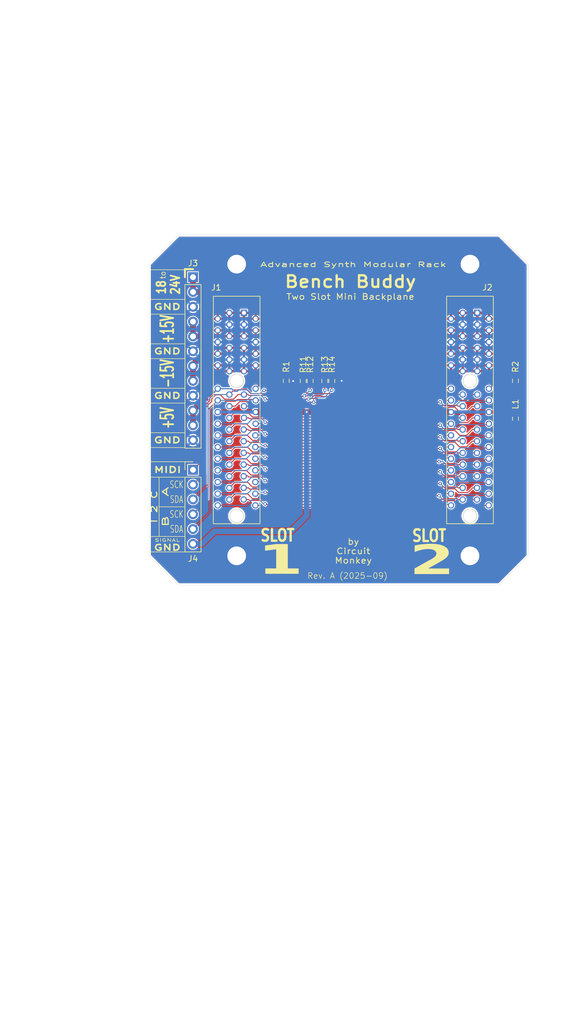
<source format=kicad_pcb>
(kicad_pcb (version 20241229) (generator "pcbnew") (generator_version "9.0")
  (title_block (title "Bench Buddy - Two Slot ASMR Backplane") (date "2025-09-08") (rev "A") (company "by Circuit Monkey") (comment 1 "ASMR :: Advanced Synth Modular Rack") (comment 2 "Two Slot Backplane PCB Reference Design"))
  (layers (0 "F.Cu" signal) (2 "B.Cu" signal) (13 "F.Paste" user) (15 "B.Paste" user) (5 "F.SilkS" user "F.Silkscreen") (7 "B.SilkS" user "B.Silkscreen") (1 "F.Mask" user) (3 "B.Mask" user) (25 "Edge.Cuts" user))
  (net 0 "")
  (net 1 "/PATCH9")
  (net 2 "/MIDI_MAIN")
  (net 3 "GND")
  (net 4 "/CV")
  (net 5 "/SLOT1")
  (net 6 "/PATCH8")
  (net 7 "/PATCH3")
  (net 8 "/PATCH1")
  (net 9 "/PATCH7")
  (net 10 "-15V")
  (net 11 "+15V")
  (net 12 "+18-24V")
  (net 13 "/PATCH11")
  (net 14 "/PATCH5")
  (net 15 "GNDS")
  (net 16 "/PATCH2")
  (net 17 "/PATCH4")
  (net 18 "+5V")
  (net 19 "/PATCH6")
  (net 20 "/COMB-SCK")
  (net 21 "/COMA-SCK")
  (net 22 "/PATCH10")
  (net 23 "/GATE")
  (net 24 "/PATCH12")
  (net 25 "/SLOT2")
  (net 26 "/COMA-SDA")
  (net 27 "/COMB-SDA")
  (net 28 "/PATCH19")
  (net 29 "/PATCH20")
  (net 30 "/PATCH23")
  (net 31 "/PATCH29")
  (net 32 "/PATCH13")
  (net 33 "/PATCH16")
  (net 34 "/PATCH22")
  (net 35 "/PATCH28")
  (net 36 "/PATCH15")
  (net 37 "/PATCH24")
  (net 38 "/PATCH14")
  (net 39 "/PATCH25")
  (net 40 "/PATCH17")
  (net 41 "/PATCH31")
  (net 42 "/PATCH21")
  (net 43 "/PATCH26")
  (net 44 "/PATCH27")
  (net 45 "/PATCH30")
  (net 46 "/PATCH18")
  (net 47 "/PATCH32")
  (footprint "CM_Resistor_Capacitor:R_0603_1608Metric" (layer "F.Cu") (at 106.3 80.025 -90)
    (property "Reference" "R14")
    (property "Value" "4.7K")
  )
  (footprint "MountingHole:MountingHole_3.2mm_M3_Pad_TopBottom" (layer "F.Cu") (at 130 60)
    (property "Reference" "H3" (hide yes))
    (property "Value" "MountingHole_Pad")
  )
  (footprint "Connector_PinHeader_2.54mm:PinHeader_1x12_P2.54mm_Vertical" (layer "F.Cu") (at 82.51 62.23)
    (property "Reference" "J3")
    (property "Value" "Conn_01x12" (hide yes))
  )
  (footprint "CM_Resistor_Capacitor:R_0603_1608Metric" (layer "F.Cu") (at 98.5 80 90)
    (property "Reference" "R1")
    (property "Value" "4.7K")
  )
  (footprint "CM_Resistor_Capacitor:R_0603_1608Metric" (layer "F.Cu") (at 137.8 80 90)
    (property "Reference" "R2")
    (property "Value" "4.7K")
  )
  (footprint "CM_Resistor_Capacitor:R_0603_1608Metric" (layer "F.Cu") (at 102.6 80.025 -90)
    (property "Reference" "R12")
    (property "Value" "4.7K")
  )
  (footprint "CM_Connector_Edge:PCI-Slot-64-THD-FCI-10018784" (layer "F.Cu") (at 90 80 -90)
    (property "Reference" "J1")
    (property "Value" "PCI-64P")
    (fp_circle (center 0 0) (end 1.175 0) (stroke (width 0.1)) (fill no) (layer "Edge.Cuts"))
    (fp_circle (center 23.15 0) (end 24.325 0) (stroke (width 0.1)) (fill no) (layer "Edge.Cuts"))
  )
  (footprint "MountingHole:MountingHole_3.2mm_M3_Pad_TopBottom" (layer "F.Cu") (at 130 110)
    (property "Reference" "H4" (hide yes))
    (property "Value" "MountingHole_Pad")
  )
  (footprint "MountingHole:MountingHole_3.2mm_M3_Pad_TopBottom" (layer "F.Cu") (at 90 60)
    (property "Reference" "H1" (hide yes))
    (property "Value" "MountingHole_Pad")
  )
  (footprint "CM_Resistor_Capacitor:R_0603_1608Metric" (layer "F.Cu") (at 137.8 86.5 90)
    (property "Reference" "L1")
    (property "Value" "100@1MHz")
  )
  (footprint "MountingHole:MountingHole_3.2mm_M3_Pad_TopBottom" (layer "F.Cu") (at 90 110)
    (property "Reference" "H2" (hide yes))
    (property "Value" "MountingHole_Pad")
  )
  (footprint "CM_Resistor_Capacitor:R_0603_1608Metric" (layer "F.Cu") (at 105.1 80.025 -90)
    (property "Reference" "R13")
    (property "Value" "4.7K")
  )
  (footprint "Connector_PinHeader_2.54mm:PinHeader_1x06_P2.54mm_Vertical" (layer "F.Cu") (at 82.51 95.25)
    (property "Reference" "J4")
    (property "Value" "Conn_01x06" (hide yes))
  )
  (footprint "CM_Connector_Edge:PCI-Slot-64-THD-FCI-10018784" (layer "F.Cu") (at 130 80 -90)
    (property "Reference" "J2")
    (property "Value" "PCI-64P")
    (fp_circle (center 0 0) (end 1.175 0) (stroke (width 0.1)) (fill no) (layer "Edge.Cuts"))
    (fp_circle (center 23.15 0) (end 24.325 0) (stroke (width 0.1)) (fill no) (layer "Edge.Cuts"))
  )
  (footprint "CM_Resistor_Capacitor:R_0603_1608Metric" (layer "F.Cu") (at 101.4 80.025 -90)
    (property "Reference" "R11")
    (property "Value" "4.7K")
  )
  (gr_line (start 76.7 96.52) (end 76.7 106.7) (stroke (width 0.1)) (layer "F.SilkS"))
  (gr_line (start 81.13 81.28) (end 75.184 81.28) (stroke (width 0.1)) (layer "F.SilkS"))
  (gr_line (start 81.13 83.82) (end 75.184 83.82) (stroke (width 0.1)) (layer "F.SilkS"))
  (gr_line (start 81.13 96.52) (end 75.1 96.52) (stroke (width 0.1)) (layer "F.SilkS"))
  (gr_line (start 81.13 76.2) (end 75.184 76.2) (stroke (width 0.1)) (layer "F.SilkS"))
  (gr_line (start 81.13 91.44) (end 75.184 91.44) (stroke (width 0.1)) (layer "F.SilkS"))
  (gr_line (start 81.1 101.6) (end 76.7 101.6) (stroke (width 0.1)) (layer "F.SilkS"))
  (gr_line (start 81.13 88.9) (end 75.184 88.9) (stroke (width 0.1)) (layer "F.SilkS"))
  (gr_line (start 81.13 66.04) (end 75.184 66.04) (stroke (width 0.1)) (layer "F.SilkS"))
  (gr_line (start 81.13 93.87) (end 75.1 93.87) (stroke (width 0.1)) (layer "F.SilkS"))
  (gr_line (start 81.13 68.58) (end 75.184 68.58) (stroke (width 0.1)) (layer "F.SilkS"))
  (gr_line (start 81.13 109.33) (end 75.1 109.33) (stroke (width 0.1)) (layer "F.SilkS"))
  (gr_line (start 81.13 60.96) (end 75.184 60.96) (stroke (width 0.1)) (layer "F.SilkS"))
  (gr_line (start 81.13 73.66) (end 75.184 73.66) (stroke (width 0.1)) (layer "F.SilkS"))
  (gr_line (start 81.13 106.68) (end 75.1 106.68) (stroke (width 0.1)) (layer "F.SilkS"))
  (gr_poly (pts (xy 75 60) (xy 80 55) (xy 135 55) (xy 140 60) (xy 140 110) (xy 135 115) (xy 80 115) (xy 75 110)) (stroke (width 0.04)) (fill no) (layer "Edge.Cuts"))
  (gr_text "Bench Buddy" (at 109.5 63 0) (layer "F.SilkS") (effects (font (size 2 2.3) (thickness 0.4) (bold yes))))
  (gr_text "GND" (at 78.105 67.31 0) (layer "F.SilkS") (effects (font (size 1 1.5) (thickness 0.25) (bold yes))))
  (gr_text "1" (at 97.5 111 0) (layer "F.SilkS") (effects (font (size 5 8) (thickness 0.9) (bold yes))))
  (gr_text "SIGNAL" (at 78.105 107.315 0) (layer "F.SilkS") (effects (font (size 0.5 0.84) (thickness 0.09))))
  (gr_text "B" (at 77.8 104.079442 90) (layer "F.SilkS") (effects (font (size 1 2) (thickness 0.2))))
  (gr_text "GND" (at 78.105 82.55 0) (layer "F.SilkS") (effects (font (size 1 1.5) (thickness 0.25) (bold yes))))
  (gr_text "-15V" (at 78.105 78.74 90) (layer "F.SilkS") (effects (font (size 2.2 1.2) (thickness 0.3) (bold yes))))
  (gr_text "A" (at 77.8 99 90) (layer "F.SilkS") (effects (font (size 1 2) (thickness 0.2))))
  (gr_text "to" (at 76.829333 61.876184 90) (layer "F.SilkS") (effects (font (size 0.9 0.9) (thickness 0.12)) (justify top)))
  (gr_text "Two Slot Mini Backplane" (at 109.5 65 0) (layer "F.SilkS") (effects (font (size 1 1.18)) (justify top)))
  (gr_text "MIDI" (at 78.157 95.25 0) (layer "F.SilkS") (effects (font (size 1 1.5) (thickness 0.25) (bold yes))))
  (gr_text "I 2 C" (at 75.859405 101.604492 90) (layer "F.SilkS") (effects (font (size 1 1.4) (thickness 0.2) (bold yes))))
  (gr_text "SLOT" (at 123 106.55 0) (layer "F.SilkS") (effects (font (size 2 1.6) (thickness 0.4))))
  (gr_text "18 \n24V" (at 78.277496 63.5 90) (layer "F.SilkS") (effects (font (size 1.5 1.2) (thickness 0.3) (bold yes))))
  (gr_text "SCK" (at 79.693635 102.87008 0) (layer "F.SilkS") (effects (font (size 1.2 0.8) (thickness 0.1) (bold yes))))
  (gr_text "GND" (at 78.105 108.585 0) (layer "F.SilkS") (effects (font (size 1 1.5) (thickness 0.25) (bold yes))))
  (gr_text "GND" (at 78.105 90.17 0) (layer "F.SilkS") (effects (font (size 1 1.5) (thickness 0.25) (bold yes))))
  (gr_text "SCK" (at 79.693635 97.79008 0) (layer "F.SilkS") (effects (font (size 1.2 0.8) (thickness 0.1) (bold yes))))
  (gr_text "Advanced Synth Modular Rack" (at 110 59.6 0) (layer "F.SilkS") (effects (font (size 0.8 1.4)) (justify top)))
  (gr_text "+5V" (at 78.105 86.36 90) (layer "F.SilkS") (effects (font (size 2.2 1.2) (thickness 0.3) (bold yes))))
  (gr_text "GND" (at 78.105 74.93 0) (layer "F.SilkS") (effects (font (size 1 1.5) (thickness 0.25) (bold yes))))
  (gr_text "by\nCircuit\nMonkey" (at 110 107 0) (layer "F.SilkS") (effects (font (size 1 1.18)) (justify top)))
  (gr_text "+15V" (at 78.105 71.12 90) (layer "F.SilkS") (effects (font (size 2.2 1.2) (thickness 0.3) (bold yes))))
  (gr_text "SDA" (at 79.693635 100.33008 0) (layer "F.SilkS") (effects (font (size 1.2 0.8) (thickness 0.1) (bold yes))))
  (gr_text "SLOT" (at 97 106.5 0) (layer "F.SilkS") (effects (font (size 2 1.6) (thickness 0.4))))
  (gr_text "SDA" (at 79.693635 105.41008 0) (layer "F.SilkS") (effects (font (size 1.2 0.8) (thickness 0.1) (bold yes))))
  (gr_text "Rev. A (2025-09)" (at 109 114 0) (layer "F.SilkS") (effects (font (size 1 1) (thickness 0.1)) (justify bottom)))
  (gr_text "2" (at 123.5 111.05 0) (layer "F.SilkS") (effects (font (size 5 8) (thickness 0.9) (bold yes))))
  (segment (start 91.8 89.3) (end 92.7 90.2) (width 0.16) (layer "F.Cu") (net 1))
  (segment (start 127.972183 90.35) (end 128.75 90.35) (width 0.16) (layer "F.Cu") (net 1))
  (segment (start 92.7 90.2) (end 127.822183 90.2) (width 0.16) (layer "F.Cu") (net 1))
  (segment (start 89.8 89.3) (end 91.8 89.3) (width 0.16) (layer "F.Cu") (net 1))
  (segment (start 127.822183 90.2) (end 127.972183 90.35) (width 0.16) (layer "F.Cu") (net 1))
  (segment (start 88.75 90.35) (end 89.8 89.3) (width 0.16) (layer "F.Cu") (net 1))
  (segment (start 128.75 90.35) (end 128.639 90.239) (width 0.16) (layer "B.Cu") (net 1))
  (segment (start 100.8 80.1) (end 106.9 80.1) (width 0.16) (layer "F.Cu") (net 2))
  (segment (start 84.2 84.6) (end 85.4 83.4) (width 0.16) (layer "F.Cu") (net 2))
  (segment (start 94.7 81.639) (end 99.261 81.639) (width 0.16) (layer "F.Cu") (net 2))
  (segment (start 108.5 81.7) (end 125.5 81.7) (width 0.16) (layer "F.Cu") (net 2))
  (segment (start 84.2 93.56) (end 84.2 84.6) (width 0.16) (layer "F.Cu") (net 2))
  (segment (start 106.9 80.1) (end 108.5 81.7) (width 0.16) (layer "F.Cu") (net 2))
  (segment (start 125.85 81.35) (end 126.75 81.35) (width 0.16) (layer "F.Cu") (net 2))
  (segment (start 82.51 95.25) (end 84.2 93.56) (width 0.16) (layer "F.Cu") (net 2))
  (segment (start 85.4 82.7) (end 86.75 81.35) (width 0.16) (layer "F.Cu") (net 2))
  (segment (start 85.4 83.4) (end 85.4 82.7) (width 0.16) (layer "F.Cu") (net 2))
  (segment (start 125.5 81.7) (end 125.85 81.35) (width 0.16) (layer "F.Cu") (net 2))
  (segment (start 99.261 81.639) (end 100.8 80.1) (width 0.16) (layer "F.Cu") (net 2))
  (via (at 94.7 81.639) (size 0.6) (drill 0.3) (layers "F.Cu" "B.Cu") (net 2))
  (segment (start 94.538395 81.639) (end 94.7 81.639) (width 0.16) (layer "B.Cu") (net 2))
  (segment (start 92.377395 82.177395) (end 94 82.177395) (width 0.16) (layer "B.Cu") (net 2))
  (segment (start 126.75 81.35) (end 126.956 81.556) (width 0.16) (layer "B.Cu") (net 2))
  (segment (start 89.571199 81.8) (end 90.1 81.8) (width 0.2) (layer "B.Cu") (net 2))
  (segment (start 91.8 81.6) (end 92.377395 82.177395) (width 0.16) (layer "B.Cu") (net 2))
  (segment (start 90.361 81.539) (end 91.739 81.539) (width 0.2) (layer "B.Cu") (net 2))
  (segment (start 89.121199 81.35) (end 89.571199 81.8) (width 0.2) (layer "B.Cu") (net 2))
  (segment (start 91.739 81.539) (end 91.8 81.6) (width 0.2) (layer "B.Cu") (net 2))
  (segment (start 86.75 81.35) (end 89.121199 81.35) (width 0.2) (layer "B.Cu") (net 2))
  (segment (start 94 82.177395) (end 94.538395 81.639) (width 0.16) (layer "B.Cu") (net 2))
  (segment (start 90.1 81.8) (end 90.361 81.539) (width 0.2) (layer "B.Cu") (net 2))
  (via (at 99.6748 80.0404) (size 0.6) (drill 0.3) (layers "F.Cu" "B.Cu") (net 3))
  (via (at 108 80) (size 0.6) (drill 0.3) (layers "F.Cu" "B.Cu") (net 3))
  (segment (start 126.461104 84.521) (end 126.423104 84.559) (width 0.16) (layer "F.Cu") (net 4))
  (segment (start 126.372357 84.609) (end 95.174837 84.609) (width 0.16) (layer "F.Cu") (net 4))
  (segment (start 92.028564 84.35) (end 91.250747 84.35) (width 0.16) (layer "F.Cu") (net 4))
  (segment (start 95.174837 84.609) (end 95.124837 84.559) (width 0.16) (layer "F.Cu") (net 4))
  (segment (start 126.423104 84.559) (end 126.422357 84.559) (width 0.16) (layer "F.Cu") (net 4))
  (segment (start 128.024857 85.14) (end 127.405857 84.521) (width 0.16) (layer "F.Cu") (net 4))
  (segment (start 127.405857 84.521) (end 126.461104 84.521) (width 0.16) (layer "F.Cu") (net 4))
  (segment (start 131.25 84.35) (end 131.2 84.4) (width 0.16) (layer "F.Cu") (net 4))
  (segment (start 130.350747 84.4) (end 129.610747 85.14) (width 0.16) (layer "F.Cu") (net 4))
  (segment (start 95.124837 84.559) (end 92.237564 84.559) (width 0.16) (layer "F.Cu") (net 4))
  (segment (start 131.2 84.4) (end 130.350747 84.4) (width 0.16) (layer "F.Cu") (net 4))
  (segment (start 126.422357 84.559) (end 126.372357 84.609) (width 0.16) (layer "F.Cu") (net 4))
  (segment (start 92.237564 84.559) (end 92.028564 84.35) (width 0.16) (layer "F.Cu") (net 4))
  (segment (start 129.610747 85.14) (end 128.024857 85.14) (width 0.16) (layer "F.Cu") (net 4))
  (segment (start 91.250747 84.35) (end 91.350747 84.45) (width 0.16) (layer "F.Cu") (net 4))
  (segment (start 131.250747 84.35) (end 131.420747 84.52) (width 0.16) (layer "B.Cu") (net 4))
  (segment (start 98.5 80.775) (end 93.825 80.775) (width 0.2) (layer "F.Cu") (net 5))
  (segment (start 93.825 80.775) (end 93.25 81.35) (width 0.2) (layer "F.Cu") (net 5))
  (segment (start 94.1 89.3) (end 93.3 89.3) (width 0.16) (layer "F.Cu") (net 6))
  (segment (start 124.55 89.6) (end 124.45 89.7) (width 0.16) (layer "F.Cu") (net 6))
  (segment (start 94.5 89.7) (end 94.1 89.3) (width 0.16) (layer "F.Cu") (net 6))
  (segment (start 124.9 89.6) (end 124.55 89.6) (width 0.16) (layer "F.Cu") (net 6))
  (segment (start 133.25 89.35) (end 133.1 89.5) (width 0.16) (layer "F.Cu") (net 6))
  (segment (start 93.3 89.3) (end 93.25 89.35) (width 0.16) (layer "F.Cu") (net 6))
  (segment (start 124.45 89.7) (end 94.5 89.7) (width 0.16) (layer "F.Cu") (net 6))
  (via (at 124.9 89.6) (size 0.6) (drill 0.3) (layers "F.Cu" "B.Cu") (net 6))
  (segment (start 128.3 89.5) (end 127.45 90.35) (width 0.16) (layer "B.Cu") (net 6))
  (segment (start 127.45 90.35) (end 125.65 90.35) (width 0.16) (layer "B.Cu") (net 6))
  (segment (start 133.1 89.5) (end 128.3 89.5) (width 0.16) (layer "B.Cu") (net 6))
  (segment (start 133.25 89.35) (end 133.1 89.5) (width 0.16) (layer "B.Cu") (net 6))
  (segment (start 125.65 90.35) (end 124.9 89.6) (width 0.16) (layer "B.Cu") (net 6))
  (segment (start 124.321999 87.198641) (end 124.47064 87.05) (width 0.16) (layer "F.Cu") (net 7))
  (segment (start 124.47064 87.05) (end 125.67293 87.05) (width 0.16) (layer "F.Cu") (net 7))
  (segment (start 94.877246 87.1) (end 94.977246 87.2) (width 0.16) (layer "F.Cu") (net 7))
  (segment (start 123.610832 87.198641) (end 124.321999 87.198641) (width 0.16) (layer "F.Cu") (net 7))
  (segment (start 123.609473 87.2) (end 123.610832 87.198641) (width 0.16) (layer "F.Cu") (net 7))
  (segment (start 125.97293 87.35) (end 126.750747 87.35) (width 0.16) (layer "F.Cu") (net 7))
  (segment (start 125.67293 87.05) (end 125.97293 87.35) (width 0.16) (layer "F.Cu") (net 7))
  (segment (start 95.000747 87.2) (end 123.609473 87.2) (width 0.16) (layer "F.Cu") (net 7))
  (segment (start 94.900747 87.1) (end 95.000747 87.2) (width 0.16) (layer "F.Cu") (net 7))
  (via (at 94.900747 87.1) (size 0.6) (drill 0.3) (layers "F.Cu" "B.Cu") (net 7))
  (segment (start 92.800747 86.4) (end 94.200747 86.4) (width 0.16) (layer "B.Cu") (net 7))
  (segment (start 94.200747 86.4) (end 94.900747 87.1) (width 0.16) (layer "B.Cu") (net 7))
  (segment (start 91.850747 87.35) (end 92.800747 86.4) (width 0.16) (layer "B.Cu") (net 7))
  (segment (start 86.750747 87.35) (end 91.850747 87.35) (width 0.16) (layer "B.Cu") (net 7))
  (segment (start 127.900747 86.35) (end 128.75 86.35) (width 0.16) (layer "F.Cu") (net 8))
  (segment (start 92.059747 85.559) (end 92.679751 86.179003) (width 0.16) (layer "F.Cu") (net 8))
  (segment (start 127.731097 86.18035) (end 127.900747 86.35) (width 0.16) (layer "F.Cu") (net 8))
  (segment (start 92.700751 86.2) (end 124.304135 86.2) (width 0.16) (layer "F.Cu") (net 8))
  (segment (start 125.400747 86.25) (end 125.470397 86.18035) (width 0.16) (layer "F.Cu") (net 8))
  (segment (start 92.679755 86.179003) (end 92.700751 86.2) (width 0.16) (layer "F.Cu") (net 8))
  (segment (start 124.354135 86.25) (end 125.400747 86.25) (width 0.16) (layer "F.Cu") (net 8))
  (segment (start 125.470397 86.18035) (end 127.731097 86.18035) (width 0.16) (layer "F.Cu") (net 8))
  (segment (start 89.541747 85.559) (end 92.059747 85.559) (width 0.16) (layer "F.Cu") (net 8))
  (segment (start 88.750747 86.35) (end 89.541747 85.559) (width 0.16) (layer "F.Cu") (net 8))
  (segment (start 92.679751 86.179003) (end 92.679755 86.179003) (width 0.16) (layer "F.Cu") (net 8))
  (segment (start 124.304135 86.2) (end 124.354135 86.25) (width 0.16) (layer "F.Cu") (net 8))
  (segment (start 124.403388 89.2) (end 124.637388 88.966) (width 0.16) (layer "F.Cu") (net 9))
  (segment (start 124.637388 88.966) (end 125.588183 88.966) (width 0.16) (layer "F.Cu") (net 9))
  (segment (start 125.588183 88.966) (end 125.972183 89.35) (width 0.16) (layer "F.Cu") (net 9))
  (segment (start 94.9 89.1) (end 95 89.2) (width 0.16) (layer "F.Cu") (net 9))
  (segment (start 95 89.2) (end 124.403388 89.2) (width 0.16) (layer "F.Cu") (net 9))
  (segment (start 125.972183 89.35) (end 126.75 89.35) (width 0.16) (layer "F.Cu") (net 9))
  (via (at 94.9 89.1) (size 0.6) (drill 0.3) (layers "F.Cu" "B.Cu") (net 9))
  (segment (start 94.8 89.1) (end 94.047219 88.347219) (width 0.16) (layer "B.Cu") (net 9))
  (segment (start 94.9 89.1) (end 94.8 89.1) (width 0.16) (layer "B.Cu") (net 9))
  (segment (start 92.752781 88.347219) (end 91.75 89.35) (width 0.16) (layer "B.Cu") (net 9))
  (segment (start 91.75 89.35) (end 86.75 89.35) (width 0.16) (layer "B.Cu") (net 9))
  (segment (start 94.047219 88.347219) (end 92.752781 88.347219) (width 0.16) (layer "B.Cu") (net 9))
  (segment (start 82.51 77.19) (end 84.4 75.3) (width 1) (layer "F.Cu") (net 10))
  (segment (start 82.51 77.47) (end 82.51 80.01) (width 1) (layer "F.Cu") (net 10))
  (segment (start 84.4 75.3) (end 84.8 75.3) (width 1) (layer "F.Cu") (net 10))
  (segment (start 82.51 77.47) (end 82.51 77.19) (width 1) (layer "F.Cu") (net 10))
  (segment (start 82.51 69.85) (end 82.51 72.39) (width 1) (layer "F.Cu") (net 11))
  (segment (start 82.51 72.39) (end 84.61 72.39) (width 1) (layer "F.Cu") (net 11))
  (segment (start 84.61 72.39) (end 84.7 72.3) (width 1) (layer "F.Cu") (net 11))
  (segment (start 84.7 65.7) (end 84.7 68.7) (width 1) (layer "F.Cu") (net 12))
  (segment (start 82.51 64.77) (end 83.77 64.77) (width 1) (layer "F.Cu") (net 12))
  (segment (start 83.77 64.77) (end 84.7 65.7) (width 1) (layer "F.Cu") (net 12))
  (segment (start 82.51 62.23) (end 82.51 64.77) (width 1) (layer "F.Cu") (net 12))
  (segment (start 124.469893 91.05) (end 125.672183 91.05) (width 0.16) (layer "F.Cu") (net 13))
  (segment (start 94.9 91.1) (end 95 91.2) (width 0.16) (layer "F.Cu") (net 13))
  (segment (start 123.610085 91.198641) (end 124.321252 91.198641) (width 0.16) (layer "F.Cu") (net 13))
  (segment (start 124.321252 91.198641) (end 124.469893 91.05) (width 0.16) (layer "F.Cu") (net 13))
  (segment (start 125.672183 91.05) (end 125.972183 91.35) (width 0.16) (layer "F.Cu") (net 13))
  (segment (start 123.608726 91.2) (end 123.610085 91.198641) (width 0.16) (layer "F.Cu") (net 13))
  (segment (start 125.972183 91.35) (end 126.75 91.35) (width 0.16) (layer "F.Cu") (net 13))
  (segment (start 95 91.2) (end 123.608726 91.2) (width 0.16) (layer "F.Cu") (net 13))
  (via (at 94.9 91.1) (size 0.6) (drill 0.3) (layers "F.Cu" "B.Cu") (net 13))
  (segment (start 93.7 90.4) (end 92.8 90.4) (width 0.16) (layer "B.Cu") (net 13))
  (segment (start 91.85 91.35) (end 86.75 91.35) (width 0.16) (layer "B.Cu") (net 13))
  (segment (start 94.4 91.1) (end 93.7 90.4) (width 0.16) (layer "B.Cu") (net 13))
  (segment (start 94.9 91.1) (end 94.4 91.1) (width 0.16) (layer "B.Cu") (net 13))
  (segment (start 92.8 90.4) (end 91.85 91.35) (width 0.16) (layer "B.Cu") (net 13))
  (segment (start 92.479 88.179) (end 95.332963 88.179) (width 0.16) (layer "F.Cu") (net 14))
  (segment (start 95.353962 88.2) (end 127.75 88.2) (width 0.16) (layer "F.Cu") (net 14))
  (segment (start 91.7 87.4) (end 92.479 88.179) (width 0.16) (layer "F.Cu") (net 14))
  (segment (start 88.75 88.35) (end 89.7 87.4) (width 0.16) (layer "F.Cu") (net 14))
  (segment (start 95.332963 88.179) (end 95.353962 88.2) (width 0.16) (layer "F.Cu") (net 14))
  (segment (start 127.75 88.2) (end 127.9 88.35) (width 0.16) (layer "F.Cu") (net 14))
  (segment (start 127.9 88.35) (end 128.75 88.35) (width 0.16) (layer "F.Cu") (net 14))
  (segment (start 89.7 87.4) (end 91.7 87.4) (width 0.16) (layer "F.Cu") (net 14))
  (segment (start 102 85.35) (end 93.25 85.35) (width 1) (layer "F.Cu") (net 15))
  (segment (start 137.425 85.35) (end 137.8 85.725) (width 0.56) (layer "F.Cu") (net 15))
  (segment (start 133.25 85.35) (end 137.425 85.35) (width 0.56) (layer "F.Cu") (net 15))
  (segment (start 126.75 85.35) (end 102 85.35) (width 1) (layer "F.Cu") (net 15))
  (via (at 102 85.35) (size 0.6) (drill 0.3) (layers "F.Cu" "B.Cu") (net 15))
  (segment (start 84.05 107.95) (end 86.2 105.8) (width 1) (layer "B.Cu") (net 15))
  (segment (start 82.51 107.95) (end 84.05 107.95) (width 1) (layer "B.Cu") (net 15))
  (segment (start 102 103.1) (end 102 85.35) (width 1) (layer "B.Cu") (net 15))
  (segment (start 86.2 105.8) (end 99.3 105.8) (width 1) (layer "B.Cu") (net 15))
  (segment (start 93.25 85.35) (end 86.75 85.35) (width 0.56) (layer "B.Cu") (net 15))
  (segment (start 126.75 85.35) (end 133.25 85.35) (width 0.56) (layer "B.Cu") (net 15))
  (segment (start 99.3 105.8) (end 102 103.1) (width 1) (layer "B.Cu") (net 15))
  (segment (start 128.041747 87.141) (end 129.659747 87.141) (width 0.16) (layer "F.Cu") (net 16))
  (segment (start 92.567784 86.521) (end 95.321747 86.521) (width 0.16) (layer "F.Cu") (net 16))
  (segment (start 130.450747 86.35) (end 131.25 86.35) (width 0.16) (layer "F.Cu") (net 16))
  (segment (start 95.500747 86.7) (end 125.544179 86.7) (width 0.16) (layer "F.Cu") (net 16))
  (segment (start 95.321747 86.521) (end 95.500747 86.7) (width 0.16) (layer "F.Cu") (net 16))
  (segment (start 129.659747 87.141) (end 130.450747 86.35) (width 0.16) (layer "F.Cu") (net 16))
  (segment (start 92.546785 86.5) (end 92.567784 86.521) (width 0.16) (layer "F.Cu") (net 16))
  (segment (start 125.742279 86.5019) (end 127.402647 86.5019) (width 0.16) (layer "F.Cu") (net 16))
  (segment (start 127.402647 86.5019) (end 128.041747 87.141) (width 0.16) (layer "F.Cu") (net 16))
  (segment (start 125.544179 86.7) (end 125.742279 86.5019) (width 0.16) (layer "F.Cu") (net 16))
  (segment (start 92.178564 86.5) (end 92.546785 86.5) (width 0.16) (layer "F.Cu") (net 16))
  (segment (start 91.250747 86.35) (end 92.028564 86.35) (width 0.16) (layer "F.Cu") (net 16))
  (segment (start 92.028564 86.35) (end 92.178564 86.5) (width 0.16) (layer "F.Cu") (net 16))
  (segment (start 131.250747 86.35) (end 131.420747 86.52) (width 0.16) (layer "B.Cu") (net 16))
  (segment (start 94.100747 87.3) (end 93.300747 87.3) (width 0.16) (layer "F.Cu") (net 17))
  (segment (start 94.400747 87.7) (end 94.050747 87.35) (width 0.16) (layer "F.Cu") (net 17))
  (segment (start 94.500747 87.7) (end 94.100747 87.3) (width 0.16) (layer "F.Cu") (net 17))
  (segment (start 124.4 87.7) (end 94.400747 87.7) (width 0.16) (layer "F.Cu") (net 17))
  (segment (start 124.900747 87.6) (end 124.5 87.6) (width 0.16) (layer "F.Cu") (net 17))
  (segment (start 124.5 87.6) (end 124.4 87.7) (width 0.16) (layer "F.Cu") (net 17))
  (segment (start 94.050747 87.35) (end 93.200747 87.35) (width 0.16) (layer "F.Cu") (net 17))
  (segment (start 93.300747 87.3) (end 93.250747 87.35) (width 0.16) (layer "F.Cu") (net 17))
  (via (at 124.900747 87.6) (size 0.6) (drill 0.3) (layers "F.Cu" "B.Cu") (net 17))
  (segment (start 133.250747 87.35) (end 133.041747 87.559) (width 0.16) (layer "B.Cu") (net 17))
  (segment (start 125.641872 88.341125) (end 124.900747 87.6) (width 0.16) (layer "B.Cu") (net 17))
  (segment (start 127.459622 88.341125) (end 125.641872 88.341125) (width 0.16) (layer "B.Cu") (net 17))
  (segment (start 133.050747 87.5) (end 128.300747 87.5) (width 0.16) (layer "B.Cu") (net 17))
  (segment (start 128.300747 87.5) (end 127.459622 88.341125) (width 0.16) (layer "B.Cu") (net 17))
  (segment (start 133.200747 87.35) (end 133.050747 87.5) (width 0.16) (layer "B.Cu") (net 17))
  (segment (start 82.51 85.09) (end 84.6 83) (width 1) (layer "F.Cu") (net 18))
  (segment (start 106.3 79.25) (end 106.3 78) (width 0.2) (layer "F.Cu") (net 18))
  (segment (start 84.6 83) (end 84.6 78.3) (width 1) (layer "F.Cu") (net 18))
  (segment (start 102.6 79.25) (end 102.6 77.9) (width 0.2) (layer "F.Cu") (net 18))
  (segment (start 101.4 79.25) (end 101.4 77.9) (width 0.2) (layer "F.Cu") (net 18))
  (segment (start 84.6 78.3) (end 84.8 78.1) (width 1) (layer "F.Cu") (net 18))
  (segment (start 105.1 79.25) (end 105.1 78) (width 0.2) (layer "F.Cu") (net 18))
  (segment (start 82.51 87.63) (end 82.51 85.09) (width 1) (layer "F.Cu") (net 18))
  (segment (start 91.9 88.3) (end 92.1 88.5) (width 0.16) (layer "F.Cu") (net 19))
  (segment (start 95.4 88.7) (end 124.3 88.7) (width 0.16) (layer "F.Cu") (net 19))
  (segment (start 92.1 88.5) (end 95.2 88.5) (width 0.16) (layer "F.Cu") (net 19))
  (segment (start 127.421 88.521) (end 128.25 89.35) (width 0.16) (layer "F.Cu") (net 19))
  (segment (start 91.3 88.3) (end 91.9 88.3) (width 0.16) (layer "F.Cu") (net 19))
  (segment (start 124.3 88.7) (end 124.479 88.521) (width 0.16) (layer "F.Cu") (net 19))
  (segment (start 130.4 88.35) (end 131.2 88.35) (width 0.16) (layer "F.Cu") (net 19))
  (segment (start 95.2 88.5) (end 95.4 88.7) (width 0.16) (layer "F.Cu") (net 19))
  (segment (start 129.4 89.35) (end 130.4 88.35) (width 0.16) (layer "F.Cu") (net 19))
  (segment (start 91.25 88.35) (end 91.3 88.3) (width 0.16) (layer "F.Cu") (net 19))
  (segment (start 128.25 89.35) (end 129.4 89.35) (width 0.16) (layer "F.Cu") (net 19))
  (segment (start 124.479 88.521) (end 127.421 88.521) (width 0.16) (layer "F.Cu") (net 19))
  (segment (start 131.25 88.35) (end 131.428721 88.528721) (width 0.16) (layer "B.Cu") (net 19))
  (segment (start 94.500747 83.7) (end 94.100747 83.3) (width 0.16) (layer "F.Cu") (net 20))
  (segment (start 85.859 84.141) (end 87.459 84.141) (width 0.16) (layer "F.Cu") (net 20))
  (segment (start 133.250747 83.35) (end 133.100747 83.5) (width 0.16) (layer "F.Cu") (net 20))
  (segment (start 102.8 83.7) (end 94.500747 83.7) (width 0.16) (layer "F.Cu") (net 20))
  (segment (start 89.8 83.5) (end 90.1 83.2) (width 0.16) (layer "F.Cu") (net 20))
  (segment (start 103.2 83.66) (end 103.24 83.7) (width 0.16) (layer "F.Cu") (net 20))
  (segment (start 85.1 84.9) (end 85.859 84.141) (width 0.16) (layer "F.Cu") (net 20))
  (segment (start 124.550747 83.6) (end 124.900747 83.6) (width 0.16) (layer "F.Cu") (net 20))
  (segment (start 93.300747 83.3) (end 93.250747 83.35) (width 0.16) (layer "F.Cu") (net 20))
  (segment (start 87.459 84.141) (end 88.1 83.5) (width 0.16) (layer "F.Cu") (net 20))
  (segment (start 102.84 83.66) (end 102.8 83.7) (width 0.16) (layer "F.Cu") (net 20))
  (segment (start 106.3 80.8) (end 106.3 81.6) (width 0.16) (layer "F.Cu") (net 20))
  (segment (start 82.51 102.87) (end 85.1 100.28) (width 0.16) (layer "F.Cu") (net 20))
  (segment (start 103.24 83.7) (end 124.450747 83.7) (width 0.16) (layer "F.Cu") (net 20))
  (segment (start 88.1 83.5) (end 89.8 83.5) (width 0.16) (layer "F.Cu") (net 20))
  (segment (start 90.1 83.2) (end 93.1 83.2) (width 0.16) (layer "F.Cu") (net 20))
  (segment (start 85.1 100.28) (end 85.1 84.9) (width 0.16) (layer "F.Cu") (net 20))
  (segment (start 103.2 83.66) (end 102.84 83.66) (width 0.16) (layer "F.Cu") (net 20))
  (segment (start 124.450747 83.7) (end 124.550747 83.6) (width 0.16) (layer "F.Cu") (net 20))
  (segment (start 93.1 83.2) (end 93.25 83.35) (width 0.16) (layer "F.Cu") (net 20))
  (segment (start 94.100747 83.3) (end 93.300747 83.3) (width 0.16) (layer "F.Cu") (net 20))
  (via (at 124.900747 83.6) (size 0.6) (drill 0.3) (layers "F.Cu" "B.Cu") (net 20))
  (via (at 103.2 83.66) (size 0.6) (drill 0.3) (layers "F.Cu" "B.Cu") (net 20))
  (via (at 106.3 81.6) (size 0.6) (drill 0.3) (layers "F.Cu" "B.Cu") (net 20))
  (segment (start 133.100747 83.5) (end 128.300747 83.5) (width 0.16) (layer "B.Cu") (net 20))
  (segment (start 125.650747 84.35) (end 124.900747 83.6) (width 0.16) (layer "B.Cu") (net 20))
  (segment (start 128.300747 83.5) (end 127.450747 84.35) (width 0.16) (layer "B.Cu") (net 20))
  (segment (start 105.1 82.8) (end 106.3 81.6) (width 0.16) (layer "B.Cu") (net 20))
  (segment (start 103.5 82.8) (end 105.1 82.8) (width 0.16) (layer "B.Cu") (net 20))
  (segment (start 133.250747 83.35) (end 133.100747 83.5) (width 0.16) (layer "B.Cu") (net 20))
  (segment (start 127.450747 84.35) (end 125.650747 84.35) (width 0.16) (layer "B.Cu") (net 20))
  (segment (start 103.2 83.1) (end 103.5 82.8) (width 0.16) (layer "B.Cu") (net 20))
  (segment (start 103.2 83.66) (end 103.2 83.1) (width 0.16) (layer "B.Cu") (net 20))
  (segment (start 102.6 80.8) (end 102.7 80.8) (width 0.16) (layer "F.Cu") (net 21))
  (segment (start 91.900747 82.3) (end 91.300747 82.3) (width 0.16) (layer "F.Cu") (net 21))
  (segment (start 101.6 82.58) (end 104.48 82.58) (width 0.16) (layer "F.Cu") (net 21))
  (segment (start 130.400747 82.35) (end 131.25 82.35) (width 0.16) (layer "F.Cu") (net 21))
  (segment (start 129.400747 83.35) (end 130.400747 82.35) (width 0.16) (layer "F.Cu") (net 21))
  (segment (start 95.200747 82.5) (end 92.100747 82.5) (width 0.16) (layer "F.Cu") (net 21))
  (segment (start 84.576981 95.723019) (end 84.576981 84.676981) (width 0.16) (layer "F.Cu") (net 21))
  (segment (start 124.300747 82.7) (end 124.479747 82.521) (width 0.16) (layer "F.Cu") (net 21))
  (segment (start 84.576981 84.676981) (end 85.721 83.532962) (width 0.16) (layer "F.Cu") (net 21))
  (segment (start 87.941 83.141) (end 89.459 83.141) (width 0.16) (layer "F.Cu") (net 21))
  (segment (start 124.479747 82.521) (end 127.421747 82.521) (width 0.16) (layer "F.Cu") (net 21))
  (segment (start 104.48 82.58) (end 104.6 82.7) (width 0.16) (layer "F.Cu") (net 21))
  (segment (start 91.300747 82.3) (end 91.250747 82.35) (width 0.16) (layer "F.Cu") (net 21))
  (segment (start 89.459 83.141) (end 90.25 82.35) (width 0.16) (layer "F.Cu") (net 21))
  (segment (start 95.400747 82.7) (end 95.200747 82.5) (width 0.16) (layer "F.Cu") (net 21))
  (segment (start 85.721 83.079) (end 86.4 82.4) (width 0.16) (layer "F.Cu") (net 21))
  (segment (start 82.51 97.79) (end 84.576981 95.723019) (width 0.16) (layer "F.Cu") (net 21))
  (segment (start 104.6 82.7) (end 124.300747 82.7) (width 0.16) (layer "F.Cu") (net 21))
  (segment (start 92.100747 82.5) (end 91.900747 82.3) (width 0.16) (layer "F.Cu") (net 21))
  (segment (start 101.6 82.58) (end 101.32 82.58) (width 0.16) (layer "F.Cu") (net 21))
  (segment (start 101.2 82.7) (end 95.400747 82.7) (width 0.16) (layer "F.Cu") (net 21))
  (segment (start 127.421747 82.521) (end 128.250747 83.35) (width 0.16) (layer "F.Cu") (net 21))
  (segment (start 86.4 82.4) (end 87.2 82.4) (width 0.16) (layer "F.Cu") (net 21))
  (segment (start 90.25 82.35) (end 91.25 82.35) (width 0.16) (layer "F.Cu") (net 21))
  (segment (start 128.250747 83.35) (end 129.400747 83.35) (width 0.16) (layer "F.Cu") (net 21))
  (segment (start 85.721 83.532962) (end 85.721 83.079) (width 0.16) (layer "F.Cu") (net 21))
  (segment (start 102.6 80.8) (end 102.6 81.6) (width 0.16) (layer "F.Cu") (net 21))
  (segment (start 87.2 82.4) (end 87.941 83.141) (width 0.16) (layer "F.Cu") (net 21))
  (segment (start 101.32 82.58) (end 101.2 82.7) (width 0.16) (layer "F.Cu") (net 21))
  (via (at 101.6 82.58) (size 0.6) (drill 0.3) (layers "F.Cu" "B.Cu") (net 21))
  (via (at 102.6 81.6) (size 0.6) (drill 0.3) (layers "F.Cu" "B.Cu") (net 21))
  (segment (start 102.58 81.6) (end 101.6 82.58) (width 0.16) (layer "B.Cu") (net 21))
  (segment (start 131.250747 82.35) (end 131.429468 82.528721) (width 0.16) (layer "B.Cu") (net 21))
  (segment (start 102.6 81.6) (end 102.58 81.6) (width 0.16) (layer "B.Cu") (net 21))
  (segment (start 126.460357 90.521) (end 126.281357 90.7) (width 0.16) (layer "F.Cu") (net 22))
  (segment (start 92.236817 90.559) (end 92.027817 90.35) (width 0.16) (layer "F.Cu") (net 22))
  (segment (start 128.18411 91.3) (end 127.40511 90.521) (width 0.16) (layer "F.Cu") (net 22))
  (segment (start 91.25 90.35) (end 91.35 90.45) (width 0.16) (layer "F.Cu") (net 22))
  (segment (start 95.12409 90.559) (end 92.236817 90.559) (width 0.16) (layer "F.Cu") (net 22))
  (segment (start 129.45 91.3) (end 128.18411 91.3) (width 0.16) (layer "F.Cu") (net 22))
  (segment (start 95.26509 90.7) (end 95.12409 90.559) (width 0.16) (layer "F.Cu") (net 22))
  (segment (start 127.40511 90.521) (end 126.460357 90.521) (width 0.16) (layer "F.Cu") (net 22))
  (segment (start 131.2 90.35) (end 130.4 90.35) (width 0.16) (layer "F.Cu") (net 22))
  (segment (start 130.4 90.35) (end 129.45 91.3) (width 0.16) (layer "F.Cu") (net 22))
  (segment (start 126.281357 90.7) (end 95.26509 90.7) (width 0.16) (layer "F.Cu") (net 22))
  (segment (start 92.027817 90.35) (end 91.25 90.35) (width 0.16) (layer "F.Cu") (net 22))
  (segment (start 131.25 90.35) (end 131.42 90.52) (width 0.16) (layer "B.Cu") (net 22))
  (segment (start 127.82293 84.2) (end 127.97293 84.35) (width 0.16) (layer "F.Cu") (net 23))
  (segment (start 90.541 83.559) (end 92.059747 83.559) (width 0.16) (layer "F.Cu") (net 23))
  (segment (start 89.75 84.35) (end 90.541 83.559) (width 0.16) (layer "F.Cu") (net 23))
  (segment (start 127.97293 84.35) (end 128.75 84.35) (width 0.16) (layer "F.Cu") (net 23))
  (segment (start 92.700747 84.2) (end 127.82293 84.2) (width 0.16) (layer "F.Cu") (net 23))
  (segment (start 88.750747 84.35) (end 89.75 84.35) (width 0.16) (layer "F.Cu") (net 23))
  (segment (start 92.059747 83.559) (end 92.700747 84.2) (width 0.16) (layer "F.Cu") (net 23))
  (segment (start 128.750747 84.35) (end 128.639747 84.239) (width 0.16) (layer "B.Cu") (net 23))
  (segment (start 124.9 91.6) (end 124.5 91.6) (width 0.16) (layer "F.Cu") (net 24))
  (segment (start 93.3 91.3) (end 93.25 91.35) (width 0.16) (layer "F.Cu") (net 24))
  (segment (start 94.4 91.7) (end 94.05 91.35) (width 0.16) (layer "F.Cu") (net 24))
  (segment (start 94.1 91.3) (end 93.3 91.3) (width 0.16) (layer "F.Cu") (net 24))
  (segment (start 94.5 91.7) (end 94.1 91.3) (width 0.16) (layer "F.Cu") (net 24))
  (segment (start 124.4 91.7) (end 94.4 91.7) (width 0.16) (layer "F.Cu") (net 24))
  (segment (start 94.05 91.35) (end 93.2 91.35) (width 0.16) (layer "F.Cu") (net 24))
  (segment (start 124.5 91.6) (end 124.4 91.7) (width 0.16) (layer "F.Cu") (net 24))
  (via (at 124.9 91.6) (size 0.6) (drill 0.3) (layers "F.Cu" "B.Cu") (net 24))
  (segment (start 125.641125 92.341125) (end 127.458875 92.341125) (width 0.16) (layer "B.Cu") (net 24))
  (segment (start 128.3 91.5) (end 133.05 91.5) (width 0.16) (layer "B.Cu") (net 24))
  (segment (start 127.458875 92.341125) (end 128.3 91.5) (width 0.16) (layer "B.Cu") (net 24))
  (segment (start 133.05 91.5) (end 133.2 91.35) (width 0.16) (layer "B.Cu") (net 24))
  (segment (start 124.9 91.6) (end 125.641125 92.341125) (width 0.16) (layer "B.Cu") (net 24))
  (segment (start 133.25 91.35) (end 133.041 91.559) (width 0.16) (layer "B.Cu") (net 24))
  (segment (start 133.825 80.775) (end 133.25 81.35) (width 0.16) (layer "F.Cu") (net 25))
  (segment (start 137.8 80.775) (end 133.825 80.775) (width 0.16) (layer "F.Cu") (net 25))
  (segment (start 101.4 81.9) (end 101.85 81.9) (width 0.16) (layer "F.Cu") (net 26))
  (segment (start 88.750747 82.35) (end 89.544747 81.556) (width 0.16) (layer "F.Cu") (net 26))
  (segment (start 90.644517 81.556) (end 90.800517 81.4) (width 0.16) (layer "F.Cu") (net 26))
  (segment (start 92.479747 82.179) (end 95.33371 82.179) (width 0.16) (layer "F.Cu") (net 26))
  (segment (start 95.33371 82.179) (end 95.354709 82.2) (width 0.16) (layer "F.Cu") (net 26))
  (segment (start 90.800517 81.4) (end 91.700747 81.4) (width 0.16) (layer "F.Cu") (net 26))
  (segment (start 127.55471 82.2) (end 127.704709 82.35) (width 0.16) (layer "F.Cu") (net 26))
  (segment (start 95.354709 82.2) (end 101.1 82.2) (width 0.16) (layer "F.Cu") (net 26))
  (segment (start 91.700747 81.4) (end 92.479747 82.179) (width 0.16) (layer "F.Cu") (net 26))
  (segment (start 102.15 82.2) (end 127.55471 82.2) (width 0.16) (layer "F.Cu") (net 26))
  (segment (start 101.1 82.2) (end 101.4 81.9) (width 0.16) (layer "F.Cu") (net 26))
  (segment (start 101.85 81.9) (end 102.15 82.2) (width 0.16) (layer "F.Cu") (net 26))
  (segment (start 89.544747 81.556) (end 90.644517 81.556) (width 0.16) (layer "F.Cu") (net 26))
  (segment (start 101.4 81.9) (end 101.4 80.8) (width 0.16) (layer "F.Cu") (net 26))
  (segment (start 127.704709 82.35) (end 128.75 82.35) (width 0.16) (layer "F.Cu") (net 26))
  (segment (start 85.079 83.321) (end 86.05 82.35) (width 0.16) (layer "B.Cu") (net 26))
  (segment (start 86.05 82.35) (end 88.75 82.35) (width 0.16) (layer "B.Cu") (net 26))
  (segment (start 85.079 97.761) (end 85.079 83.321) (width 0.16) (layer "B.Cu") (net 26))
  (segment (start 82.51 100.33) (end 85.079 97.761) (width 0.16) (layer "B.Cu") (net 26))
  (segment (start 125.58893 82.966) (end 125.97293 83.35) (width 0.16) (layer "F.Cu") (net 27))
  (segment (start 104 83.2) (end 124.404135 83.2) (width 0.16) (layer "F.Cu") (net 27))
  (segment (start 102.3 83.12) (end 101.88 83.12) (width 0.16) (layer "F.Cu") (net 27))
  (segment (start 125.97293 83.35) (end 126.750747 83.35) (width 0.16) (layer "F.Cu") (net 27))
  (segment (start 102.42 83) (end 103.8 83) (width 0.16) (layer "F.Cu") (net 27))
  (segment (start 101.88 83.12) (end 101.8 83.2) (width 0.16) (layer "F.Cu") (net 27))
  (segment (start 105.1 80.8) (end 105.1 81.6) (width 0.16) (layer "F.Cu") (net 27))
  (segment (start 102.3 83.12) (end 102.42 83) (width 0.16) (layer "F.Cu") (net 27))
  (segment (start 101.8 83.2) (end 95.000747 83.2) (width 0.16) (layer "F.Cu") (net 27))
  (segment (start 103.8 83) (end 104 83.2) (width 0.16) (layer "F.Cu") (net 27))
  (segment (start 124.404135 83.2) (end 124.638135 82.966) (width 0.16) (layer "F.Cu") (net 27))
  (segment (start 95.000747 83.2) (end 94.900747 83.1) (width 0.16) (layer "F.Cu") (net 27))
  (segment (start 124.638135 82.966) (end 125.58893 82.966) (width 0.16) (layer "F.Cu") (net 27))
  (via (at 102.3 83.12) (size 0.6) (drill 0.3) (layers "F.Cu" "B.Cu") (net 27))
  (via (at 94.900747 83.1) (size 0.6) (drill 0.3) (layers "F.Cu" "B.Cu") (net 27))
  (via (at 105.1 81.6) (size 0.6) (drill 0.3) (layers "F.Cu" "B.Cu") (net 27))
  (segment (start 85.4 102.52) (end 85.4 84.7) (width 0.16) (layer "B.Cu") (net 27))
  (segment (start 85.4 84.7) (end 86.75 83.35) (width 0.16) (layer "B.Cu") (net 27))
  (segment (start 94.900747 83.1) (end 94.800747 83.1) (width 0.16) (layer "B.Cu") (net 27))
  (segment (start 102.3 83.12) (end 102.68 83.12) (width 0.16) (layer "B.Cu") (net 27))
  (segment (start 103.4 82.4) (end 104.8 82.4) (width 0.16) (layer "B.Cu") (net 27))
  (segment (start 92.602352 82.498395) (end 91.750747 83.35) (width 0.16) (layer "B.Cu") (net 27))
  (segment (start 91.750747 83.35) (end 86.750747 83.35) (width 0.16) (layer "B.Cu") (net 27))
  (segment (start 94.800747 83.1) (end 94.199142 82.498395) (width 0.16) (layer "B.Cu") (net 27))
  (segment (start 104.8 82.4) (end 105.1 82.1) (width 0.16) (layer "B.Cu") (net 27))
  (segment (start 82.51 105.41) (end 85.4 102.52) (width 0.16) (layer "B.Cu") (net 27))
  (segment (start 102.68 83.12) (end 103.4 82.4) (width 0.16) (layer "B.Cu") (net 27))
  (segment (start 94.199142 82.498395) (end 92.602352 82.498395) (width 0.16) (layer "B.Cu") (net 27))
  (segment (start 105.1 82.1) (end 105.1 81.6) (width 0.16) (layer "B.Cu") (net 27))
  (segment (start 125.667848 95.045665) (end 125.972183 95.35) (width 0.16) (layer "F.Cu") (net 28))
  (segment (start 125.972183 95.35) (end 126.75 95.35) (width 0.16) (layer "F.Cu") (net 28))
  (segment (start 124.403388 95.2) (end 124.557723 95.045665) (width 0.16) (layer "F.Cu") (net 28))
  (segment (start 95 95.2) (end 124.403388 95.2) (width 0.16) (layer "F.Cu") (net 28))
  (segment (start 94.9 95.1) (end 95 95.2) (width 0.16) (layer "F.Cu") (net 28))
  (segment (start 124.557723 95.045665) (end 125.667848 95.045665) (width 0.16) (layer "F.Cu") (net 28))
  (via (at 94.9 95.1) (size 0.6) (drill 0.3) (layers "F.Cu" "B.Cu") (net 28))
  (segment (start 94.9 95.1) (end 94.8 95.1) (width 0.16) (layer "B.Cu") (net 28))
  (segment (start 92.758076 94.341924) (end 91.75 95.35) (width 0.16) (layer "B.Cu") (net 28))
  (segment (start 94.8 95.1) (end 94.041924 94.341924) (width 0.16) (layer "B.Cu") (net 28))
  (segment (start 94.041924 94.341924) (end 92.758076 94.341924) (width 0.16) (layer "B.Cu") (net 28))
  (segment (start 91.75 95.35) (end 86.75 95.35) (width 0.16) (layer "B.Cu") (net 28))
  (segment (start 124.9 95.6) (end 124.4 95.6) (width 0.16) (layer "F.Cu") (net 29))
  (segment (start 133.25 95.35) (end 133.1 95.5) (width 0.16) (layer "F.Cu") (net 29))
  (segment (start 93.3 95.3) (end 93.25 95.35) (width 0.16) (layer "F.Cu") (net 29))
  (segment (start 94.5 95.7) (end 94.1 95.3) (width 0.16) (layer "F.Cu") (net 29))
  (segment (start 124.3 95.7) (end 94.5 95.7) (width 0.16) (layer "F.Cu") (net 29))
  (segment (start 124.4 95.6) (end 124.3 95.7) (width 0.16) (layer "F.Cu") (net 29))
  (segment (start 94.1 95.3) (end 93.3 95.3) (width 0.16) (layer "F.Cu") (net 29))
  (via (at 124.9 95.6) (size 0.6) (drill 0.3) (layers "F.Cu" "B.Cu") (net 29))
  (segment (start 127.457339 96.342661) (end 125.642661 96.342661) (width 0.16) (layer "B.Cu") (net 29))
  (segment (start 125.642661 96.342661) (end 124.9 95.6) (width 0.16) (layer "B.Cu") (net 29))
  (segment (start 133.041 95.559) (end 128.241 95.559) (width 0.16) (layer "B.Cu") (net 29))
  (segment (start 133.25 95.35) (end 133.041 95.559) (width 0.16) (layer "B.Cu") (net 29))
  (segment (start 128.241 95.559) (end 127.457339 96.342661) (width 0.16) (layer "B.Cu") (net 29))
  (segment (start 94.9 97.1) (end 95 97.2) (width 0.16) (layer "F.Cu") (net 30))
  (segment (start 125.972183 97.35) (end 126.75 97.35) (width 0.16) (layer "F.Cu") (net 30))
  (segment (start 125.588183 96.966) (end 125.972183 97.35) (width 0.16) (layer "F.Cu") (net 30))
  (segment (start 95 97.2) (end 124.403388 97.2) (width 0.16) (layer "F.Cu") (net 30))
  (segment (start 124.637388 96.966) (end 125.588183 96.966) (width 0.16) (layer "F.Cu") (net 30))
  (segment (start 124.403388 97.2) (end 124.637388 96.966) (width 0.16) (layer "F.Cu") (net 30))
  (via (at 94.9 97.1) (size 0.6) (drill 0.3) (layers "F.Cu" "B.Cu") (net 30))
  (segment (start 91.75 97.35) (end 86.75 97.35) (width 0.16) (layer "B.Cu") (net 30))
  (segment (start 94.038095 96.338095) (end 92.761905 96.338095) (width 0.16) (layer "B.Cu") (net 30))
  (segment (start 92.761905 96.338095) (end 91.75 97.35) (width 0.16) (layer "B.Cu") (net 30))
  (segment (start 94.8 97.1) (end 94.038095 96.338095) (width 0.16) (layer "B.Cu") (net 30))
  (segment (start 94.9 97.1) (end 94.8 97.1) (width 0.16) (layer "B.Cu") (net 30))
  (segment (start 125.473306 100.2) (end 127.85 100.2) (width 0.16) (layer "F.Cu") (net 31))
  (segment (start 91.9 99.4) (end 92.679 100.179) (width 0.16) (layer "F.Cu") (net 31))
  (segment (start 127.85 100.2) (end 128 100.35) (width 0.16) (layer "F.Cu") (net 31))
  (segment (start 89.7 99.4) (end 91.9 99.4) (width 0.16) (layer "F.Cu") (net 31))
  (segment (start 125.340306 100.333) (end 125.473306 100.2) (width 0.16) (layer "F.Cu") (net 31))
  (segment (start 124.282388 100.179) (end 124.436388 100.333) (width 0.16) (layer "F.Cu") (net 31))
  (segment (start 128 100.35) (end 128.75 100.35) (width 0.16) (layer "F.Cu") (net 31))
  (segment (start 92.679 100.179) (end 124.282388 100.179) (width 0.16) (layer "F.Cu") (net 31))
  (segment (start 124.436388 100.333) (end 125.340306 100.333) (width 0.16) (layer "F.Cu") (net 31))
  (segment (start 88.75 100.35) (end 89.7 99.4) (width 0.16) (layer "F.Cu") (net 31))
  (segment (start 125.46965 92.18035) (end 127.73035 92.18035) (width 0.16) (layer "F.Cu") (net 32))
  (segment (start 92.7 92.2) (end 124.303388 92.2) (width 0.16) (layer "F.Cu") (net 32))
  (segment (start 91.9 91.4) (end 92.7 92.2) (width 0.16) (layer "F.Cu") (net 32))
  (segment (start 89.7 91.4) (end 91.9 91.4) (width 0.16) (layer "F.Cu") (net 32))
  (segment (start 88.75 92.35) (end 89.7 91.4) (width 0.16) (layer "F.Cu") (net 32))
  (segment (start 125.4 92.25) (end 125.46965 92.18035) (width 0.16) (layer "F.Cu") (net 32))
  (segment (start 127.73035 92.18035) (end 127.9 92.35) (width 0.16) (layer "F.Cu") (net 32))
  (segment (start 127.9 92.35) (end 128.75 92.35) (width 0.16) (layer "F.Cu") (net 32))
  (segment (start 124.303388 92.2) (end 124.353388 92.25) (width 0.16) (layer "F.Cu") (net 32))
  (segment (start 124.353388 92.25) (end 125.4 92.25) (width 0.16) (layer "F.Cu") (net 32))
  (segment (start 94.025 93.4) (end 94.325 93.7) (width 0.16) (layer "F.Cu") (net 33))
  (segment (start 93.175 93.4) (end 94.025 93.4) (width 0.16) (layer "F.Cu") (net 33))
  (segment (start 94.325 93.7) (end 124.2 93.7) (width 0.16) (layer "F.Cu") (net 33))
  (segment (start 124.343 93.843) (end 124.708532 93.843) (width 0.16) (layer "F.Cu") (net 33))
  (segment (start 124.2 93.7) (end 124.343 93.843) (width 0.16) (layer "F.Cu") (net 33))
  (via (at 124.708532 93.843) (size 0.6) (drill 0.3) (layers "F.Cu" "B.Cu") (net 33))
  (segment (start 131.893964 93.56) (end 131.903964 93.55) (width 0.16) (layer "B.Cu") (net 33))
  (segment (start 133.025 93.55) (end 133.175 93.4) (width 0.16) (layer "B.Cu") (net 33))
  (segment (start 127.475 94.35) (end 128.265 93.56) (width 0.16) (layer "B.Cu") (net 33))
  (segment (start 124.708532 93.843) (end 125.368 93.843) (width 0.16) (layer "B.Cu") (net 33))
  (segment (start 125.368 93.843) (end 125.875 94.35) (width 0.16) (layer "B.Cu") (net 33))
  (segment (start 128.265 93.56) (end 131.893964 93.56) (width 0.16) (layer "B.Cu") (net 33))
  (segment (start 125.875 94.35) (end 127.475 94.35) (width 0.16) (layer "B.Cu") (net 33))
  (segment (start 131.903964 93.55) (end 133.025 93.55) (width 0.16) (layer "B.Cu") (net 33))
  (segment (start 128.041 97.141) (end 129.709 97.141) (width 0.16) (layer "F.Cu") (net 34))
  (segment (start 91.3 96.3) (end 91.9 96.3) (width 0.16) (layer "F.Cu") (net 34))
  (segment (start 124.35042 96.7) (end 124.539371 96.511049) (width 0.16) (layer "F.Cu") (net 34))
  (segment (start 91.9 96.3) (end 92.1 96.5) (width 0.16) (layer "F.Cu") (net 34))
  (segment (start 127.411049 96.511049) (end 128.041 97.141) (width 0.16) (layer "F.Cu") (net 34))
  (segment (start 124.539371 96.511049) (end 127.411049 96.511049) (width 0.16) (layer "F.Cu") (net 34))
  (segment (start 95.2 96.5) (end 95.4 96.7) (width 0.16) (layer "F.Cu") (net 34))
  (segment (start 92.1 96.5) (end 95.2 96.5) (width 0.16) (layer "F.Cu") (net 34))
  (segment (start 95.4 96.7) (end 124.35042 96.7) (width 0.16) (layer "F.Cu") (net 34))
  (segment (start 91.25 96.35) (end 91.3 96.3) (width 0.16) (layer "F.Cu") (net 34))
  (segment (start 130.5 96.35) (end 131.2 96.35) (width 0.16) (layer "F.Cu") (net 34))
  (segment (start 129.709 97.141) (end 130.5 96.35) (width 0.16) (layer "F.Cu") (net 34))
  (segment (start 131.25 96.35) (end 131.428721 96.528721) (width 0.16) (layer "B.Cu") (net 34))
  (segment (start 124.7 99.7) (end 94.3 99.7) (width 0.16) (layer "F.Cu") (net 35))
  (segment (start 93.95 99.35) (end 93.25 99.35) (width 0.16) (layer "F.Cu") (net 35))
  (segment (start 94.3 99.7) (end 93.95 99.35) (width 0.16) (layer "F.Cu") (net 35))
  (via (at 124.7 99.7) (size 0.6) (drill 0.3) (layers "F.Cu" "B.Cu") (net 35))
  (segment (start 133.25 99.35) (end 133.131357 99.468643) (width 0.16) (layer "B.Cu") (net 35))
  (segment (start 125.4 100.4) (end 124.7 99.7) (width 0.16) (layer "B.Cu") (net 35))
  (segment (start 133.131357 99.468643) (end 128.231357 99.468643) (width 0.16) (layer "B.Cu") (net 35))
  (segment (start 128.231357 99.468643) (end 127.3 100.4) (width 0.16) (layer "B.Cu") (net 35))
  (segment (start 127.3 100.4) (end 125.4 100.4) (width 0.16) (layer "B.Cu") (net 35))
  (segment (start 126.6 93.2) (end 126.75 93.35) (width 0.16) (layer "F.Cu") (net 36))
  (segment (start 94.976499 93.2) (end 126.6 93.2) (width 0.16) (layer "F.Cu") (net 36))
  (segment (start 94.876499 93.1) (end 94.976499 93.2) (width 0.16) (layer "F.Cu") (net 36))
  (via (at 94.876499 93.1) (size 0.6) (drill 0.3) (layers "F.Cu" "B.Cu") (net 36))
  (segment (start 94.5 93) (end 93.9 92.4) (width 0.16) (layer "B.Cu") (net 36))
  (segment (start 92.6 92.4) (end 91.65 93.35) (width 0.16) (layer "B.Cu") (net 36))
  (segment (start 94.676499 93) (end 94.5 93) (width 0.16) (layer "B.Cu") (net 36))
  (segment (start 94.876499 93.1) (end 94.776499 93.1) (width 0.16) (layer "B.Cu") (net 36))
  (segment (start 93.9 92.4) (end 92.6 92.4) (width 0.16) (layer "B.Cu") (net 36))
  (segment (start 94.776499 93.1) (end 94.676499 93) (width 0.16) (layer "B.Cu") (net 36))
  (segment (start 91.65 93.35) (end 86.75 93.35) (width 0.16) (layer "B.Cu") (net 36))
  (segment (start 124.3 97.7) (end 94.5 97.7) (width 0.16) (layer "F.Cu") (net 37))
  (segment (start 93.3 97.3) (end 93.25 97.35) (width 0.16) (layer "F.Cu") (net 37))
  (segment (start 94.5 97.7) (end 94.1 97.3) (width 0.16) (layer "F.Cu") (net 37))
  (segment (start 133.25 97.35) (end 133.1 97.5) (width 0.16) (layer "F.Cu") (net 37))
  (segment (start 94.1 97.3) (end 93.3 97.3) (width 0.16) (layer "F.Cu") (net 37))
  (segment (start 124.4 97.6) (end 124.3 97.7) (width 0.16) (layer "F.Cu") (net 37))
  (segment (start 124.9 97.6) (end 124.4 97.6) (width 0.16) (layer "F.Cu") (net 37))
  (via (at 124.9 97.6) (size 0.6) (drill 0.3) (layers "F.Cu" "B.Cu") (net 37))
  (segment (start 133.041 97.559) (end 128.241 97.559) (width 0.16) (layer "B.Cu") (net 37))
  (segment (start 128.241 97.559) (end 127.45 98.35) (width 0.16) (layer "B.Cu") (net 37))
  (segment (start 133.25 97.35) (end 133.041 97.559) (width 0.16) (layer "B.Cu") (net 37))
  (segment (start 127.45 98.35) (end 125.65 98.35) (width 0.16) (layer "B.Cu") (net 37))
  (segment (start 125.65 98.35) (end 124.9 97.6) (width 0.16) (layer "B.Cu") (net 37))
  (segment (start 91.25 92.35) (end 92.027817 92.35) (width 0.16) (layer "F.Cu") (net 38))
  (segment (start 95.321 92.521) (end 95.5 92.7) (width 0.16) (layer "F.Cu") (net 38))
  (segment (start 92.567037 92.521) (end 95.321 92.521) (width 0.16) (layer "F.Cu") (net 38))
  (segment (start 128.041 93.141) (end 129.659 93.141) (width 0.16) (layer "F.Cu") (net 38))
  (segment (start 92.546038 92.5) (end 92.567037 92.521) (width 0.16) (layer "F.Cu") (net 38))
  (segment (start 92.027817 92.35) (end 92.177817 92.5) (width 0.16) (layer "F.Cu") (net 38))
  (segment (start 130.45 92.35) (end 131.2 92.35) (width 0.16) (layer "F.Cu") (net 38))
  (segment (start 92.177817 92.5) (end 92.546038 92.5) (width 0.16) (layer "F.Cu") (net 38))
  (segment (start 127.4019 92.5019) (end 128.041 93.141) (width 0.16) (layer "F.Cu") (net 38))
  (segment (start 129.659 93.141) (end 130.45 92.35) (width 0.16) (layer "F.Cu") (net 38))
  (segment (start 125.543432 92.7) (end 125.741532 92.5019) (width 0.16) (layer "F.Cu") (net 38))
  (segment (start 125.741532 92.5019) (end 127.4019 92.5019) (width 0.16) (layer "F.Cu") (net 38))
  (segment (start 95.5 92.7) (end 125.543432 92.7) (width 0.16) (layer "F.Cu") (net 38))
  (segment (start 131.25 92.35) (end 131.42 92.52) (width 0.16) (layer "B.Cu") (net 38))
  (segment (start 91.9 97.4) (end 92.7 98.2) (width 0.16) (layer "F.Cu") (net 39))
  (segment (start 92.7 98.2) (end 127.822183 98.2) (width 0.16) (layer "F.Cu") (net 39))
  (segment (start 127.972183 98.35) (end 128.75 98.35) (width 0.16) (layer "F.Cu") (net 39))
  (segment (start 88.75 98.35) (end 89.7 97.4) (width 0.16) (layer "F.Cu") (net 39))
  (segment (start 127.822183 98.2) (end 127.972183 98.35) (width 0.16) (layer "F.Cu") (net 39))
  (segment (start 89.7 97.4) (end 91.9 97.4) (width 0.16) (layer "F.Cu") (net 39))
  (segment (start 128.75 98.35) (end 128.639 98.239) (width 0.16) (layer "B.Cu") (net 39))
  (segment (start 95.844356 94.173841) (end 95.870515 94.2) (width 0.16) (layer "F.Cu") (net 40))
  (segment (start 89.7 93.4) (end 91.7 93.4) (width 0.16) (layer "F.Cu") (net 40))
  (segment (start 125.164817 94.4) (end 125.380544 94.184273) (width 0.16) (layer "F.Cu") (net 40))
  (segment (start 127.702548 94.35) (end 128.75 94.35) (width 0.16) (layer "F.Cu") (net 40))
  (segment (start 95.870515 94.2) (end 124.1 94.2) (width 0.16) (layer "F.Cu") (net 40))
  (segment (start 91.7 93.4) (end 92.441 94.141) (width 0.16) (layer "F.Cu") (net 40))
  (segment (start 125.380544 94.184273) (end 127.536821 94.184273) (width 0.16) (layer "F.Cu") (net 40))
  (segment (start 127.536821 94.184273) (end 127.702548 94.35) (width 0.16) (layer "F.Cu") (net 40))
  (segment (start 92.426356 94.173841) (end 95.844356 94.173841) (width 0.16) (layer "F.Cu") (net 40))
  (segment (start 124.1 94.2) (end 124.3 94.4) (width 0.16) (layer "F.Cu") (net 40))
  (segment (start 124.3 94.4) (end 125.164817 94.4) (width 0.16) (layer "F.Cu") (net 40))
  (segment (start 88.75 94.35) (end 89.7 93.4) (width 0.16) (layer "F.Cu") (net 40))
  (segment (start 126.6 101.2) (end 126.75 101.35) (width 0.16) (layer "F.Cu") (net 41))
  (segment (start 94.876499 101.1) (end 94.976499 101.2) (width 0.16) (layer "F.Cu") (net 41))
  (segment (start 94.976499 101.2) (end 126.6 101.2) (width 0.16) (layer "F.Cu") (net 41))
  (via (at 94.876499 101.1) (size 0.6) (drill 0.3) (layers "F.Cu" "B.Cu") (net 41))
  (segment (start 91.65 101.35) (end 86.75 101.35) (width 0.16) (layer "B.Cu") (net 41))
  (segment (start 94.876499 101.1) (end 94.776499 101.1) (width 0.16) (layer "B.Cu") (net 41))
  (segment (start 93.844788 100.344788) (end 92.655212 100.344788) (width 0.16) (layer "B.Cu") (net 41))
  (segment (start 94.776499 101.1) (end 94.676499 101) (width 0.16) (layer "B.Cu") (net 41))
  (segment (start 94.676499 101) (end 94.5 101) (width 0.16) (layer "B.Cu") (net 41))
  (segment (start 94.5 101) (end 93.844788 100.344788) (width 0.16) (layer "B.Cu") (net 41))
  (segment (start 92.655212 100.344788) (end 91.65 101.35) (width 0.16) (layer "B.Cu") (net 41))
  (segment (start 127.702548 96.35) (end 128.75 96.35) (width 0.16) (layer "F.Cu") (net 42))
  (segment (start 124.357831 96.177079) (end 127.529627 96.177079) (width 0.16) (layer "F.Cu") (net 42))
  (segment (start 95.859 96.141) (end 95.918 96.2) (width 0.16) (layer "F.Cu") (net 42))
  (segment (start 95.918 96.2) (end 124.33491 96.2) (width 0.16) (layer "F.Cu") (net 42))
  (segment (start 89.7 95.4) (end 91.7 95.4) (width 0.16) (layer "F.Cu") (net 42))
  (segment (start 127.529627 96.177079) (end 127.702548 96.35) (width 0.16) (layer "F.Cu") (net 42))
  (segment (start 124.33491 96.2) (end 124.357831 96.177079) (width 0.16) (layer "F.Cu") (net 42))
  (segment (start 88.75 96.35) (end 89.7 95.4) (width 0.16) (layer "F.Cu") (net 42))
  (segment (start 92.441 96.141) (end 95.859 96.141) (width 0.16) (layer "F.Cu") (net 42))
  (segment (start 91.7 95.4) (end 92.441 96.141) (width 0.16) (layer "F.Cu") (net 42))
  (segment (start 127.421 98.521) (end 125.779 98.521) (width 0.16) (layer "F.Cu") (net 43))
  (segment (start 131.2 98.35) (end 130.45 98.35) (width 0.16) (layer "F.Cu") (net 43))
  (segment (start 131.409 98.559) (end 131.2 98.35) (width 0.16) (layer "F.Cu") (net 43))
  (segment (start 129.659 99.141) (end 128.041 99.141) (width 0.16) (layer "F.Cu") (net 43))
  (segment (start 130.45 98.35) (end 129.659 99.141) (width 0.16) (layer "F.Cu") (net 43))
  (segment (start 95.26509 98.7) (end 95.12409 98.559) (width 0.16) (layer "F.Cu") (net 43))
  (segment (start 95.12409 98.559) (end 92.236817 98.559) (width 0.16) (layer "F.Cu") (net 43))
  (segment (start 92.236817 98.559) (end 92.027817 98.35) (width 0.16) (layer "F.Cu") (net 43))
  (segment (start 128.041 99.141) (end 127.421 98.521) (width 0.16) (layer "F.Cu") (net 43))
  (segment (start 125.6 98.7) (end 95.26509 98.7) (width 0.16) (layer "F.Cu") (net 43))
  (segment (start 125.779 98.521) (end 125.6 98.7) (width 0.16) (layer "F.Cu") (net 43))
  (segment (start 91.25 98.35) (end 91.35 98.45) (width 0.16) (layer "F.Cu") (net 43))
  (segment (start 92.027817 98.35) (end 91.25 98.35) (width 0.16) (layer "F.Cu") (net 43))
  (segment (start 131.25 98.35) (end 131.42 98.52) (width 0.16) (layer "B.Cu") (net 43))
  (segment (start 125.455 99.08) (end 125.725 99.35) (width 0.16) (layer "F.Cu") (net 44))
  (segment (start 94.9 99.1) (end 95 99.2) (width 0.16) (layer "F.Cu") (net 44))
  (segment (start 124.32 99.08) (end 125.455 99.08) (width 0.16) (layer "F.Cu") (net 44))
  (segment (start 124.2 99.2) (end 124.32 99.08) (width 0.16) (layer "F.Cu") (net 44))
  (segment (start 125.725 99.35) (end 126.75 99.35) (width 0.16) (layer "F.Cu") (net 44))
  (segment (start 95 99.2) (end 124.2 99.2) (width 0.16) (layer "F.Cu") (net 44))
  (via (at 94.9 99.1) (size 0.6) (drill 0.3) (layers "F.Cu" "B.Cu") (net 44))
  (segment (start 93.418643 98.4) (end 92.8 98.4) (width 0.16) (layer "B.Cu") (net 44))
  (segment (start 94.118643 99.1) (end 93.418643 98.4) (width 0.16) (layer "B.Cu") (net 44))
  (segment (start 94.9 99.1) (end 94.118643 99.1) (width 0.16) (layer "B.Cu") (net 44))
  (segment (start 92.8 98.4) (end 91.85 99.35) (width 0.16) (layer "B.Cu") (net 44))
  (segment (start 91.85 99.35) (end 86.75 99.35) (width 0.16) (layer "B.Cu") (net 44))
  (segment (start 95.3 100.5) (end 92.177817 100.5) (width 0.16) (layer "F.Cu") (net 45))
  (segment (start 131.2 100.35) (end 130.45 100.35) (width 0.16) (layer "F.Cu") (net 45))
  (segment (start 130.45 100.35) (end 129.659 101.141) (width 0.16) (layer "F.Cu") (net 45))
  (segment (start 92.027817 100.35) (end 91.25 100.35) (width 0.16) (layer "F.Cu") (net 45))
  (segment (start 129.659 101.141) (end 128.041 101.141) (width 0.16) (layer "F.Cu") (net 45))
  (segment (start 128.041 101.141) (end 127.459 100.559) (width 0.16) (layer "F.Cu") (net 45))
  (segment (start 95.5 100.7) (end 95.3 100.5) (width 0.16) (layer "F.Cu") (net 45))
  (segment (start 92.177817 100.5) (end 92.027817 100.35) (width 0.16) (layer "F.Cu") (net 45))
  (segment (start 127.459 100.559) (end 125.641 100.559) (width 0.16) (layer "F.Cu") (net 45))
  (segment (start 125.641 100.559) (end 125.5 100.7) (width 0.16) (layer "F.Cu") (net 45))
  (segment (start 125.5 100.7) (end 95.5 100.7) (width 0.16) (layer "F.Cu") (net 45))
  (segment (start 131.25 100.35) (end 131.42 100.52) (width 0.16) (layer "B.Cu") (net 45))
  (segment (start 124.47142 94.722852) (end 124.472556 94.721716) (width 0.16) (layer "F.Cu") (net 46))
  (segment (start 95.4 94.7) (end 124.109257 94.7) (width 0.16) (layer "F.Cu") (net 46))
  (segment (start 124.132109 94.722852) (end 124.47142 94.722852) (width 0.16) (layer "F.Cu") (net 46))
  (segment (start 125.451334 94.721716) (end 125.658186 94.514864) (width 0.16) (layer "F.Cu") (net 46))
  (segment (start 124.109257 94.7) (end 124.132109 94.722852) (width 0.16) (layer "F.Cu") (net 46))
  (segment (start 95.2 94.5) (end 95.4 94.7) (width 0.16) (layer "F.Cu") (net 46))
  (segment (start 127.414864 94.514864) (end 128.041 95.141) (width 0.16) (layer "F.Cu") (net 46))
  (segment (start 124.472556 94.721716) (end 125.451334 94.721716) (width 0.16) (layer "F.Cu") (net 46))
  (segment (start 130.39815 94.35) (end 131.2 94.35) (width 0.16) (layer "F.Cu") (net 46))
  (segment (start 91.25 94.35) (end 91.3 94.3) (width 0.16) (layer "F.Cu") (net 46))
  (segment (start 125.658186 94.514864) (end 127.414864 94.514864) (width 0.16) (layer "F.Cu") (net 46))
  (segment (start 92.1 94.5) (end 95.2 94.5) (width 0.16) (layer "F.Cu") (net 46))
  (segment (start 128.041 95.141) (end 129.60715 95.141) (width 0.16) (layer "F.Cu") (net 46))
  (segment (start 91.3 94.3) (end 91.9 94.3) (width 0.16) (layer "F.Cu") (net 46))
  (segment (start 91.9 94.3) (end 92.1 94.5) (width 0.16) (layer "F.Cu") (net 46))
  (segment (start 129.60715 95.141) (end 130.39815 94.35) (width 0.16) (layer "F.Cu") (net 46))
  (segment (start 131.25 94.35) (end 131.428721 94.528721) (width 0.16) (layer "B.Cu") (net 46))
  (segment (start 93.25 101.35) (end 94 101.35) (width 0.16) (layer "F.Cu") (net 47))
  (segment (start 127.668643 101.55) (end 131.8 101.55) (width 0.16) (layer "F.Cu") (net 47))
  (segment (start 94.35 101.7) (end 125.981357 101.7) (width 0.16) (layer "F.Cu") (net 47))
  (segment (start 127.077643 102.141) (end 127.668643 101.55) (width 0.16) (layer "F.Cu") (net 47))
  (segment (start 94 101.35) (end 94.35 101.7) (width 0.16) (layer "F.Cu") (net 47))
  (segment (start 126.422357 102.141) (end 127.077643 102.141) (width 0.16) (layer "F.Cu") (net 47))
  (segment (start 131.8 101.55) (end 132 101.35) (width 0.16) (layer "F.Cu") (net 47))
  (segment (start 125.981357 101.7) (end 126.422357 102.141) (width 0.16) (layer "F.Cu") (net 47))
  (segment (start 132 101.35) (end 133.25 101.35) (width 0.16) (layer "F.Cu") (net 47))
  (zone (net 10) (net_name "-15V") (layer "F.Cu") (name "GND-SIG") (priority 1) (connect_pads (clearance 0.2)) (min_thickness 0.25) (fill yes (thermal_gap 0.24) (thermal_bridge_width 0.8) (smoothing fillet) (radius 0.4))
    (polygon (pts (xy 84.2972 74.0124) (xy 134.5036 74.0124) (xy 134.5036 75.676) (xy 84.2972 75.676)))
  )
  (zone (net 12) (net_name "+18-24V") (layer "F.Cu") (name "GND-SIG") (priority 1) (connect_pads (clearance 0.2)) (min_thickness 0.25) (fill yes (thermal_gap 0.24) (thermal_bridge_width 0.8) (smoothing fillet) (radius 0.4))
    (polygon (pts (xy 84.1972 67.9738) (xy 134.5004 67.9738) (xy 134.5004 69.6882) (xy 84.1972 69.6882)))
  )
  (zone (net 11) (net_name "+15V") (layer "F.Cu") (name "GND-SIG") (priority 1) (connect_pads (clearance 0.2)) (min_thickness 0.25) (fill yes (thermal_gap 0.24) (thermal_bridge_width 0.8) (smoothing fillet) (radius 0.4))
    (polygon (pts (xy 84.2464 71.0804) (xy 134.5064 71.0804) (xy 134.5064 72.7948) (xy 84.2464 72.7948)))
  )
  (zone (net 18) (net_name "+5V") (layer "F.Cu") (name "5V") (priority 2) (connect_pads (clearance 0.2)) (min_thickness 0.25) (fill yes (thermal_gap 0.24) (thermal_bridge_width 0.8) (smoothing fillet) (radius 0.4))
    (polygon (pts (xy 84.3176 77.0508) (xy 134.4956 77.0508) (xy 134.4956 78.7428) (xy 84.3176 78.7428)))
  )
  (zone (net 3) (net_name "GND") (layers "F.Cu" "B.Cu") (connect_pads (clearance 0.16)) (min_thickness 0.25) (fill yes (thermal_gap 0.22) (thermal_bridge_width 0.3))
    (polygon (pts (xy 75 55) (xy 140 55) (xy 140 115) (xy 75 115)))
  )
)
</source>
